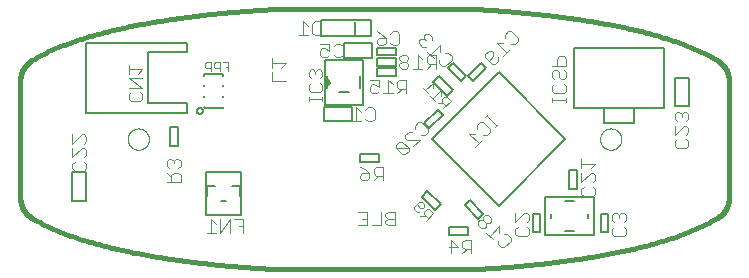
<source format=gbo>
G75*
%MOIN*%
%OFA0B0*%
%FSLAX25Y25*%
%IPPOS*%
%LPD*%
%AMOC8*
5,1,8,0,0,1.08239X$1,22.5*
%
%ADD10C,0.00000*%
%ADD11C,0.01575*%
%ADD12C,0.00600*%
%ADD13C,0.00630*%
%ADD14C,0.00591*%
%ADD15C,0.00400*%
%ADD16C,0.00787*%
%ADD17C,0.00500*%
%ADD18C,0.00300*%
D10*
X0076997Y0064792D02*
X0076999Y0064910D01*
X0077005Y0065029D01*
X0077015Y0065147D01*
X0077029Y0065264D01*
X0077046Y0065381D01*
X0077068Y0065498D01*
X0077094Y0065613D01*
X0077123Y0065728D01*
X0077156Y0065842D01*
X0077193Y0065954D01*
X0077234Y0066065D01*
X0077278Y0066175D01*
X0077326Y0066283D01*
X0077378Y0066390D01*
X0077433Y0066495D01*
X0077492Y0066598D01*
X0077554Y0066698D01*
X0077619Y0066797D01*
X0077688Y0066894D01*
X0077759Y0066988D01*
X0077834Y0067079D01*
X0077912Y0067169D01*
X0077993Y0067255D01*
X0078077Y0067339D01*
X0078163Y0067420D01*
X0078253Y0067498D01*
X0078344Y0067573D01*
X0078438Y0067644D01*
X0078535Y0067713D01*
X0078634Y0067778D01*
X0078734Y0067840D01*
X0078837Y0067899D01*
X0078942Y0067954D01*
X0079049Y0068006D01*
X0079157Y0068054D01*
X0079267Y0068098D01*
X0079378Y0068139D01*
X0079490Y0068176D01*
X0079604Y0068209D01*
X0079719Y0068238D01*
X0079834Y0068264D01*
X0079951Y0068286D01*
X0080068Y0068303D01*
X0080185Y0068317D01*
X0080303Y0068327D01*
X0080422Y0068333D01*
X0080540Y0068335D01*
X0080658Y0068333D01*
X0080777Y0068327D01*
X0080895Y0068317D01*
X0081012Y0068303D01*
X0081129Y0068286D01*
X0081246Y0068264D01*
X0081361Y0068238D01*
X0081476Y0068209D01*
X0081590Y0068176D01*
X0081702Y0068139D01*
X0081813Y0068098D01*
X0081923Y0068054D01*
X0082031Y0068006D01*
X0082138Y0067954D01*
X0082243Y0067899D01*
X0082346Y0067840D01*
X0082446Y0067778D01*
X0082545Y0067713D01*
X0082642Y0067644D01*
X0082736Y0067573D01*
X0082827Y0067498D01*
X0082917Y0067420D01*
X0083003Y0067339D01*
X0083087Y0067255D01*
X0083168Y0067169D01*
X0083246Y0067079D01*
X0083321Y0066988D01*
X0083392Y0066894D01*
X0083461Y0066797D01*
X0083526Y0066698D01*
X0083588Y0066598D01*
X0083647Y0066495D01*
X0083702Y0066390D01*
X0083754Y0066283D01*
X0083802Y0066175D01*
X0083846Y0066065D01*
X0083887Y0065954D01*
X0083924Y0065842D01*
X0083957Y0065728D01*
X0083986Y0065613D01*
X0084012Y0065498D01*
X0084034Y0065381D01*
X0084051Y0065264D01*
X0084065Y0065147D01*
X0084075Y0065029D01*
X0084081Y0064910D01*
X0084083Y0064792D01*
X0084081Y0064674D01*
X0084075Y0064555D01*
X0084065Y0064437D01*
X0084051Y0064320D01*
X0084034Y0064203D01*
X0084012Y0064086D01*
X0083986Y0063971D01*
X0083957Y0063856D01*
X0083924Y0063742D01*
X0083887Y0063630D01*
X0083846Y0063519D01*
X0083802Y0063409D01*
X0083754Y0063301D01*
X0083702Y0063194D01*
X0083647Y0063089D01*
X0083588Y0062986D01*
X0083526Y0062886D01*
X0083461Y0062787D01*
X0083392Y0062690D01*
X0083321Y0062596D01*
X0083246Y0062505D01*
X0083168Y0062415D01*
X0083087Y0062329D01*
X0083003Y0062245D01*
X0082917Y0062164D01*
X0082827Y0062086D01*
X0082736Y0062011D01*
X0082642Y0061940D01*
X0082545Y0061871D01*
X0082446Y0061806D01*
X0082346Y0061744D01*
X0082243Y0061685D01*
X0082138Y0061630D01*
X0082031Y0061578D01*
X0081923Y0061530D01*
X0081813Y0061486D01*
X0081702Y0061445D01*
X0081590Y0061408D01*
X0081476Y0061375D01*
X0081361Y0061346D01*
X0081246Y0061320D01*
X0081129Y0061298D01*
X0081012Y0061281D01*
X0080895Y0061267D01*
X0080777Y0061257D01*
X0080658Y0061251D01*
X0080540Y0061249D01*
X0080422Y0061251D01*
X0080303Y0061257D01*
X0080185Y0061267D01*
X0080068Y0061281D01*
X0079951Y0061298D01*
X0079834Y0061320D01*
X0079719Y0061346D01*
X0079604Y0061375D01*
X0079490Y0061408D01*
X0079378Y0061445D01*
X0079267Y0061486D01*
X0079157Y0061530D01*
X0079049Y0061578D01*
X0078942Y0061630D01*
X0078837Y0061685D01*
X0078734Y0061744D01*
X0078634Y0061806D01*
X0078535Y0061871D01*
X0078438Y0061940D01*
X0078344Y0062011D01*
X0078253Y0062086D01*
X0078163Y0062164D01*
X0078077Y0062245D01*
X0077993Y0062329D01*
X0077912Y0062415D01*
X0077834Y0062505D01*
X0077759Y0062596D01*
X0077688Y0062690D01*
X0077619Y0062787D01*
X0077554Y0062886D01*
X0077492Y0062986D01*
X0077433Y0063089D01*
X0077378Y0063194D01*
X0077326Y0063301D01*
X0077278Y0063409D01*
X0077234Y0063519D01*
X0077193Y0063630D01*
X0077156Y0063742D01*
X0077123Y0063856D01*
X0077094Y0063971D01*
X0077068Y0064086D01*
X0077046Y0064203D01*
X0077029Y0064320D01*
X0077015Y0064437D01*
X0077005Y0064555D01*
X0076999Y0064674D01*
X0076997Y0064792D01*
X0234477Y0064792D02*
X0234479Y0064910D01*
X0234485Y0065029D01*
X0234495Y0065147D01*
X0234509Y0065264D01*
X0234526Y0065381D01*
X0234548Y0065498D01*
X0234574Y0065613D01*
X0234603Y0065728D01*
X0234636Y0065842D01*
X0234673Y0065954D01*
X0234714Y0066065D01*
X0234758Y0066175D01*
X0234806Y0066283D01*
X0234858Y0066390D01*
X0234913Y0066495D01*
X0234972Y0066598D01*
X0235034Y0066698D01*
X0235099Y0066797D01*
X0235168Y0066894D01*
X0235239Y0066988D01*
X0235314Y0067079D01*
X0235392Y0067169D01*
X0235473Y0067255D01*
X0235557Y0067339D01*
X0235643Y0067420D01*
X0235733Y0067498D01*
X0235824Y0067573D01*
X0235918Y0067644D01*
X0236015Y0067713D01*
X0236114Y0067778D01*
X0236214Y0067840D01*
X0236317Y0067899D01*
X0236422Y0067954D01*
X0236529Y0068006D01*
X0236637Y0068054D01*
X0236747Y0068098D01*
X0236858Y0068139D01*
X0236970Y0068176D01*
X0237084Y0068209D01*
X0237199Y0068238D01*
X0237314Y0068264D01*
X0237431Y0068286D01*
X0237548Y0068303D01*
X0237665Y0068317D01*
X0237783Y0068327D01*
X0237902Y0068333D01*
X0238020Y0068335D01*
X0238138Y0068333D01*
X0238257Y0068327D01*
X0238375Y0068317D01*
X0238492Y0068303D01*
X0238609Y0068286D01*
X0238726Y0068264D01*
X0238841Y0068238D01*
X0238956Y0068209D01*
X0239070Y0068176D01*
X0239182Y0068139D01*
X0239293Y0068098D01*
X0239403Y0068054D01*
X0239511Y0068006D01*
X0239618Y0067954D01*
X0239723Y0067899D01*
X0239826Y0067840D01*
X0239926Y0067778D01*
X0240025Y0067713D01*
X0240122Y0067644D01*
X0240216Y0067573D01*
X0240307Y0067498D01*
X0240397Y0067420D01*
X0240483Y0067339D01*
X0240567Y0067255D01*
X0240648Y0067169D01*
X0240726Y0067079D01*
X0240801Y0066988D01*
X0240872Y0066894D01*
X0240941Y0066797D01*
X0241006Y0066698D01*
X0241068Y0066598D01*
X0241127Y0066495D01*
X0241182Y0066390D01*
X0241234Y0066283D01*
X0241282Y0066175D01*
X0241326Y0066065D01*
X0241367Y0065954D01*
X0241404Y0065842D01*
X0241437Y0065728D01*
X0241466Y0065613D01*
X0241492Y0065498D01*
X0241514Y0065381D01*
X0241531Y0065264D01*
X0241545Y0065147D01*
X0241555Y0065029D01*
X0241561Y0064910D01*
X0241563Y0064792D01*
X0241561Y0064674D01*
X0241555Y0064555D01*
X0241545Y0064437D01*
X0241531Y0064320D01*
X0241514Y0064203D01*
X0241492Y0064086D01*
X0241466Y0063971D01*
X0241437Y0063856D01*
X0241404Y0063742D01*
X0241367Y0063630D01*
X0241326Y0063519D01*
X0241282Y0063409D01*
X0241234Y0063301D01*
X0241182Y0063194D01*
X0241127Y0063089D01*
X0241068Y0062986D01*
X0241006Y0062886D01*
X0240941Y0062787D01*
X0240872Y0062690D01*
X0240801Y0062596D01*
X0240726Y0062505D01*
X0240648Y0062415D01*
X0240567Y0062329D01*
X0240483Y0062245D01*
X0240397Y0062164D01*
X0240307Y0062086D01*
X0240216Y0062011D01*
X0240122Y0061940D01*
X0240025Y0061871D01*
X0239926Y0061806D01*
X0239826Y0061744D01*
X0239723Y0061685D01*
X0239618Y0061630D01*
X0239511Y0061578D01*
X0239403Y0061530D01*
X0239293Y0061486D01*
X0239182Y0061445D01*
X0239070Y0061408D01*
X0238956Y0061375D01*
X0238841Y0061346D01*
X0238726Y0061320D01*
X0238609Y0061298D01*
X0238492Y0061281D01*
X0238375Y0061267D01*
X0238257Y0061257D01*
X0238138Y0061251D01*
X0238020Y0061249D01*
X0237902Y0061251D01*
X0237783Y0061257D01*
X0237665Y0061267D01*
X0237548Y0061281D01*
X0237431Y0061298D01*
X0237314Y0061320D01*
X0237199Y0061346D01*
X0237084Y0061375D01*
X0236970Y0061408D01*
X0236858Y0061445D01*
X0236747Y0061486D01*
X0236637Y0061530D01*
X0236529Y0061578D01*
X0236422Y0061630D01*
X0236317Y0061685D01*
X0236214Y0061744D01*
X0236114Y0061806D01*
X0236015Y0061871D01*
X0235918Y0061940D01*
X0235824Y0062011D01*
X0235733Y0062086D01*
X0235643Y0062164D01*
X0235557Y0062245D01*
X0235473Y0062329D01*
X0235392Y0062415D01*
X0235314Y0062505D01*
X0235239Y0062596D01*
X0235168Y0062690D01*
X0235099Y0062787D01*
X0235034Y0062886D01*
X0234972Y0062986D01*
X0234913Y0063089D01*
X0234858Y0063194D01*
X0234806Y0063301D01*
X0234758Y0063409D01*
X0234714Y0063519D01*
X0234673Y0063630D01*
X0234636Y0063742D01*
X0234603Y0063856D01*
X0234574Y0063971D01*
X0234548Y0064086D01*
X0234526Y0064203D01*
X0234509Y0064320D01*
X0234495Y0064437D01*
X0234485Y0064555D01*
X0234479Y0064674D01*
X0234477Y0064792D01*
D11*
X0062538Y0031061D02*
X0061736Y0031312D01*
X0060935Y0031569D01*
X0060137Y0031832D01*
X0059340Y0032101D01*
X0058545Y0032375D01*
X0057752Y0032656D01*
X0056961Y0032944D01*
X0056172Y0033239D01*
X0055385Y0033541D01*
X0054601Y0033850D01*
X0053819Y0034167D01*
X0053040Y0034493D01*
X0052263Y0034827D01*
X0051489Y0035170D01*
X0050718Y0035522D01*
X0049949Y0035884D01*
X0049184Y0036257D01*
X0048423Y0036640D01*
X0047668Y0037034D01*
X0046918Y0037439D01*
X0046176Y0037856D01*
X0045441Y0038285D01*
X0044928Y0038595D01*
X0044906Y0038608D01*
X0044884Y0038622D01*
X0044862Y0038635D01*
X0044841Y0038649D01*
X0044819Y0038662D01*
X0044798Y0038676D01*
X0044776Y0038690D01*
X0044754Y0038704D01*
X0044733Y0038718D01*
X0044711Y0038732D01*
X0044690Y0038746D01*
X0044668Y0038761D01*
X0044647Y0038775D01*
X0044626Y0038790D01*
X0044604Y0038804D01*
X0044583Y0038819D01*
X0044562Y0038833D01*
X0044540Y0038848D01*
X0044519Y0038863D01*
X0044498Y0038878D01*
X0044477Y0038893D01*
X0044456Y0038908D01*
X0044435Y0038923D01*
X0044414Y0038938D01*
X0044393Y0038954D01*
X0044372Y0038969D01*
X0044351Y0038985D01*
X0044330Y0039000D01*
X0044309Y0039016D01*
X0044288Y0039032D01*
X0044267Y0039047D01*
X0044247Y0039063D01*
X0044226Y0039079D01*
X0044205Y0039095D01*
X0044185Y0039111D01*
X0044164Y0039128D01*
X0044143Y0039144D01*
X0044123Y0039160D01*
X0044102Y0039177D01*
X0044082Y0039193D01*
X0044062Y0039210D01*
X0044041Y0039227D01*
X0044021Y0039243D01*
X0044001Y0039260D01*
X0043980Y0039277D01*
X0043960Y0039294D01*
X0043940Y0039311D01*
X0043920Y0039328D01*
X0043900Y0039346D01*
X0043880Y0039363D01*
X0043860Y0039380D01*
X0043840Y0039398D01*
X0043820Y0039415D01*
X0043800Y0039433D01*
X0043781Y0039451D01*
X0043761Y0039468D01*
X0043741Y0039486D01*
X0043722Y0039504D01*
X0043702Y0039522D01*
X0043683Y0039540D01*
X0043663Y0039558D01*
X0043644Y0039577D01*
X0043624Y0039595D01*
X0043605Y0039613D01*
X0043586Y0039632D01*
X0043567Y0039650D01*
X0043548Y0039669D01*
X0043529Y0039688D01*
X0043509Y0039706D01*
X0043491Y0039725D01*
X0043472Y0039744D01*
X0043453Y0039763D01*
X0043434Y0039782D01*
X0043415Y0039801D01*
X0043396Y0039820D01*
X0043378Y0039840D01*
X0043359Y0039859D01*
X0043341Y0039878D01*
X0043322Y0039898D01*
X0043304Y0039917D01*
X0043285Y0039937D01*
X0043267Y0039957D01*
X0043249Y0039976D01*
X0043231Y0039996D01*
X0043213Y0040016D01*
X0043195Y0040036D01*
X0043177Y0040056D01*
X0043159Y0040076D01*
X0043141Y0040096D01*
X0043123Y0040117D01*
X0043105Y0040137D01*
X0043088Y0040157D01*
X0043070Y0040178D01*
X0043052Y0040198D01*
X0043035Y0040219D01*
X0043018Y0040239D01*
X0043000Y0040260D01*
X0042983Y0040281D01*
X0042966Y0040302D01*
X0042949Y0040323D01*
X0042931Y0040344D01*
X0042914Y0040365D01*
X0042898Y0040386D01*
X0042881Y0040407D01*
X0042864Y0040428D01*
X0042847Y0040449D01*
X0042830Y0040471D01*
X0042814Y0040492D01*
X0042797Y0040514D01*
X0042781Y0040535D01*
X0042764Y0040557D01*
X0042748Y0040578D01*
X0042732Y0040600D01*
X0042716Y0040622D01*
X0042699Y0040644D01*
X0042683Y0040666D01*
X0042667Y0040688D01*
X0042652Y0040710D01*
X0042636Y0040732D01*
X0042620Y0040754D01*
X0042604Y0040776D01*
X0042589Y0040798D01*
X0042573Y0040821D01*
X0042558Y0040843D01*
X0042542Y0040865D01*
X0042527Y0040888D01*
X0042512Y0040911D01*
X0042497Y0040933D01*
X0042482Y0040956D01*
X0042467Y0040979D01*
X0042452Y0041001D01*
X0042437Y0041024D01*
X0042422Y0041047D01*
X0042407Y0041070D01*
X0042393Y0041093D01*
X0042378Y0041116D01*
X0042364Y0041139D01*
X0042349Y0041162D01*
X0042335Y0041185D01*
X0042321Y0041208D01*
X0042307Y0041232D01*
X0042293Y0041255D01*
X0042279Y0041279D01*
X0042265Y0041302D01*
X0042251Y0041325D01*
X0042237Y0041349D01*
X0042224Y0041373D01*
X0042210Y0041396D01*
X0042196Y0041420D01*
X0042183Y0041444D01*
X0042170Y0041467D01*
X0042156Y0041491D01*
X0042143Y0041515D01*
X0042130Y0041539D01*
X0042117Y0041563D01*
X0042104Y0041587D01*
X0042091Y0041611D01*
X0042079Y0041635D01*
X0042066Y0041659D01*
X0042053Y0041683D01*
X0042041Y0041707D01*
X0042029Y0041732D01*
X0042016Y0041756D01*
X0042004Y0041780D01*
X0041992Y0041805D01*
X0041980Y0041829D01*
X0041968Y0041854D01*
X0041956Y0041878D01*
X0041944Y0041903D01*
X0041932Y0041927D01*
X0041921Y0041952D01*
X0041909Y0041976D01*
X0041898Y0042001D01*
X0041886Y0042026D01*
X0041875Y0042051D01*
X0041864Y0042075D01*
X0041853Y0042100D01*
X0041842Y0042125D01*
X0041831Y0042150D01*
X0041820Y0042175D01*
X0041809Y0042200D01*
X0041798Y0042225D01*
X0041788Y0042250D01*
X0041777Y0042275D01*
X0041767Y0042300D01*
X0041757Y0042325D01*
X0041746Y0042350D01*
X0041736Y0042375D01*
X0041726Y0042401D01*
X0041716Y0042426D01*
X0041706Y0042451D01*
X0041696Y0042476D01*
X0041687Y0042502D01*
X0041677Y0042527D01*
X0041668Y0042552D01*
X0041658Y0042578D01*
X0041649Y0042603D01*
X0041640Y0042629D01*
X0041630Y0042654D01*
X0041621Y0042680D01*
X0041612Y0042705D01*
X0041604Y0042731D01*
X0041595Y0042756D01*
X0041586Y0042782D01*
X0041577Y0042807D01*
X0041569Y0042833D01*
X0041560Y0042859D01*
X0041552Y0042884D01*
X0041544Y0042910D01*
X0041536Y0042936D01*
X0041528Y0042961D01*
X0041520Y0042987D01*
X0041512Y0043013D01*
X0041504Y0043039D01*
X0041496Y0043065D01*
X0041489Y0043090D01*
X0041481Y0043116D01*
X0041474Y0043142D01*
X0041466Y0043168D01*
X0041459Y0043194D01*
X0041452Y0043220D01*
X0041445Y0043245D01*
X0041438Y0043271D01*
X0041431Y0043297D01*
X0041424Y0043323D01*
X0041417Y0043349D01*
X0041411Y0043375D01*
X0041404Y0043401D01*
X0041398Y0043427D01*
X0041391Y0043453D01*
X0041385Y0043479D01*
X0041379Y0043505D01*
X0041373Y0043531D01*
X0041367Y0043557D01*
X0041361Y0043583D01*
X0041355Y0043609D01*
X0041350Y0043635D01*
X0041344Y0043661D01*
X0041338Y0043687D01*
X0041333Y0043714D01*
X0041328Y0043740D01*
X0041322Y0043766D01*
X0041317Y0043792D01*
X0041312Y0043818D01*
X0041307Y0043844D01*
X0041302Y0043870D01*
X0041298Y0043896D01*
X0041293Y0043922D01*
X0041288Y0043948D01*
X0041284Y0043974D01*
X0041279Y0044000D01*
X0041275Y0044027D01*
X0041271Y0044053D01*
X0041266Y0044079D01*
X0041262Y0044105D01*
X0041258Y0044131D01*
X0041255Y0044157D01*
X0041251Y0044183D01*
X0041247Y0044209D01*
X0041243Y0044235D01*
X0041240Y0044261D01*
X0041236Y0044287D01*
X0041233Y0044313D01*
X0041230Y0044339D01*
X0041227Y0044365D01*
X0041223Y0044391D01*
X0041220Y0044418D01*
X0041218Y0044444D01*
X0041215Y0044469D01*
X0041212Y0044495D01*
X0041209Y0044521D01*
X0041207Y0044547D01*
X0041204Y0044573D01*
X0041202Y0044599D01*
X0041200Y0044625D01*
X0041197Y0044651D01*
X0041195Y0044677D01*
X0041193Y0044703D01*
X0041191Y0044729D01*
X0041189Y0044755D01*
X0041188Y0044781D01*
X0041186Y0044807D01*
X0041184Y0044832D01*
X0041183Y0044858D01*
X0041181Y0044884D01*
X0041180Y0044910D01*
X0041179Y0044936D01*
X0041178Y0044962D01*
X0041177Y0044987D01*
X0041176Y0045013D01*
X0041175Y0045039D01*
X0041174Y0045065D01*
X0041173Y0045090D01*
X0041172Y0045116D01*
X0041172Y0045142D01*
X0041171Y0045167D01*
X0041171Y0045193D01*
X0041171Y0045218D01*
X0041170Y0045244D01*
X0041170Y0045269D01*
X0041170Y0045295D01*
X0041170Y0084290D01*
X0041170Y0084315D01*
X0041170Y0084341D01*
X0041170Y0084366D01*
X0041171Y0084392D01*
X0041171Y0084418D01*
X0041172Y0084443D01*
X0041172Y0084469D01*
X0041173Y0084494D01*
X0041174Y0084520D01*
X0041174Y0084546D01*
X0041175Y0084572D01*
X0041176Y0084597D01*
X0041177Y0084623D01*
X0041178Y0084649D01*
X0041180Y0084675D01*
X0041181Y0084701D01*
X0041182Y0084726D01*
X0041184Y0084752D01*
X0041185Y0084778D01*
X0041187Y0084804D01*
X0041189Y0084830D01*
X0041191Y0084856D01*
X0041193Y0084881D01*
X0041195Y0084907D01*
X0041197Y0084933D01*
X0041199Y0084959D01*
X0041201Y0084985D01*
X0041204Y0085011D01*
X0041206Y0085037D01*
X0041209Y0085063D01*
X0041211Y0085089D01*
X0041214Y0085115D01*
X0041217Y0085141D01*
X0041220Y0085167D01*
X0041223Y0085193D01*
X0041226Y0085219D01*
X0041229Y0085245D01*
X0041232Y0085271D01*
X0041235Y0085297D01*
X0041239Y0085323D01*
X0041242Y0085350D01*
X0041246Y0085376D01*
X0041250Y0085402D01*
X0041253Y0085428D01*
X0041257Y0085454D01*
X0041261Y0085480D01*
X0041265Y0085506D01*
X0041269Y0085532D01*
X0041274Y0085558D01*
X0041278Y0085584D01*
X0041282Y0085610D01*
X0041287Y0085636D01*
X0041291Y0085663D01*
X0041296Y0085689D01*
X0041301Y0085715D01*
X0041306Y0085741D01*
X0041311Y0085767D01*
X0041316Y0085793D01*
X0041321Y0085819D01*
X0041326Y0085845D01*
X0041331Y0085871D01*
X0041337Y0085897D01*
X0041342Y0085923D01*
X0041348Y0085949D01*
X0041353Y0085975D01*
X0041359Y0086001D01*
X0041365Y0086027D01*
X0041371Y0086054D01*
X0041377Y0086080D01*
X0041383Y0086106D01*
X0041389Y0086131D01*
X0041396Y0086157D01*
X0041402Y0086183D01*
X0041409Y0086209D01*
X0041415Y0086235D01*
X0041422Y0086261D01*
X0041429Y0086287D01*
X0041436Y0086313D01*
X0041443Y0086339D01*
X0041450Y0086365D01*
X0041457Y0086391D01*
X0041464Y0086417D01*
X0041471Y0086443D01*
X0041479Y0086469D01*
X0041486Y0086494D01*
X0041494Y0086520D01*
X0041501Y0086546D01*
X0041509Y0086572D01*
X0041517Y0086598D01*
X0041525Y0086623D01*
X0041533Y0086649D01*
X0041541Y0086675D01*
X0041549Y0086700D01*
X0041558Y0086726D01*
X0041566Y0086752D01*
X0041575Y0086777D01*
X0041583Y0086803D01*
X0041592Y0086829D01*
X0041601Y0086854D01*
X0041610Y0086880D01*
X0041619Y0086905D01*
X0041628Y0086931D01*
X0041637Y0086956D01*
X0041646Y0086982D01*
X0041655Y0087007D01*
X0041665Y0087032D01*
X0041674Y0087058D01*
X0041684Y0087083D01*
X0041693Y0087108D01*
X0041703Y0087134D01*
X0041713Y0087159D01*
X0041723Y0087184D01*
X0041733Y0087209D01*
X0041743Y0087235D01*
X0041753Y0087260D01*
X0041764Y0087285D01*
X0041774Y0087310D01*
X0041784Y0087335D01*
X0041795Y0087360D01*
X0041806Y0087385D01*
X0041816Y0087410D01*
X0041827Y0087435D01*
X0041838Y0087460D01*
X0041849Y0087485D01*
X0041860Y0087510D01*
X0041871Y0087534D01*
X0041883Y0087559D01*
X0041894Y0087584D01*
X0041906Y0087609D01*
X0041917Y0087633D01*
X0041929Y0087658D01*
X0041940Y0087682D01*
X0041952Y0087707D01*
X0041964Y0087731D01*
X0041976Y0087756D01*
X0041988Y0087781D01*
X0042000Y0087805D01*
X0042012Y0087829D01*
X0042025Y0087854D01*
X0042037Y0087878D01*
X0042050Y0087902D01*
X0042062Y0087926D01*
X0042075Y0087950D01*
X0042087Y0087974D01*
X0042100Y0087998D01*
X0042113Y0088022D01*
X0042126Y0088046D01*
X0042139Y0088070D01*
X0042152Y0088094D01*
X0042166Y0088118D01*
X0042179Y0088142D01*
X0042192Y0088166D01*
X0042206Y0088189D01*
X0042219Y0088213D01*
X0042233Y0088236D01*
X0042247Y0088260D01*
X0042260Y0088283D01*
X0042274Y0088307D01*
X0042288Y0088330D01*
X0042302Y0088354D01*
X0042316Y0088377D01*
X0042331Y0088400D01*
X0042345Y0088423D01*
X0042359Y0088447D01*
X0042374Y0088470D01*
X0042388Y0088493D01*
X0042403Y0088516D01*
X0042417Y0088539D01*
X0042432Y0088562D01*
X0042447Y0088584D01*
X0042462Y0088607D01*
X0042477Y0088630D01*
X0042492Y0088653D01*
X0042507Y0088675D01*
X0042522Y0088698D01*
X0042538Y0088720D01*
X0042553Y0088743D01*
X0042568Y0088765D01*
X0042584Y0088787D01*
X0042599Y0088810D01*
X0042615Y0088832D01*
X0042631Y0088854D01*
X0042647Y0088876D01*
X0042662Y0088898D01*
X0042678Y0088920D01*
X0042694Y0088942D01*
X0042711Y0088964D01*
X0042727Y0088986D01*
X0042743Y0089008D01*
X0042759Y0089029D01*
X0042776Y0089051D01*
X0042792Y0089072D01*
X0042809Y0089094D01*
X0042825Y0089115D01*
X0042842Y0089137D01*
X0042859Y0089158D01*
X0042875Y0089179D01*
X0042892Y0089201D01*
X0042909Y0089222D01*
X0042926Y0089243D01*
X0042943Y0089264D01*
X0042960Y0089285D01*
X0042978Y0089306D01*
X0042995Y0089326D01*
X0043012Y0089347D01*
X0043030Y0089368D01*
X0043047Y0089388D01*
X0043064Y0089409D01*
X0043082Y0089429D01*
X0043100Y0089450D01*
X0043117Y0089470D01*
X0043135Y0089490D01*
X0043153Y0089510D01*
X0043171Y0089531D01*
X0043189Y0089551D01*
X0043207Y0089570D01*
X0043225Y0089591D01*
X0043243Y0089610D01*
X0043261Y0089630D01*
X0043280Y0089650D01*
X0043298Y0089669D01*
X0043316Y0089689D01*
X0043335Y0089708D01*
X0043353Y0089728D01*
X0043372Y0089747D01*
X0043391Y0089767D01*
X0043409Y0089786D01*
X0043428Y0089805D01*
X0043447Y0089824D01*
X0043466Y0089843D01*
X0043485Y0089862D01*
X0043504Y0089881D01*
X0043523Y0089899D01*
X0043542Y0089918D01*
X0043561Y0089937D01*
X0043580Y0089955D01*
X0043599Y0089974D01*
X0043618Y0089992D01*
X0043638Y0090010D01*
X0043657Y0090029D01*
X0043677Y0090047D01*
X0043696Y0090065D01*
X0043716Y0090083D01*
X0043735Y0090101D01*
X0043755Y0090119D01*
X0043775Y0090137D01*
X0043814Y0090172D01*
X0043854Y0090207D01*
X0043874Y0090224D01*
X0043914Y0090259D01*
X0043954Y0090293D01*
X0043974Y0090310D01*
X0043994Y0090327D01*
X0044014Y0090344D01*
X0044035Y0090361D01*
X0044055Y0090378D01*
X0044076Y0090394D01*
X0044096Y0090411D01*
X0044116Y0090427D01*
X0044137Y0090444D01*
X0044157Y0090460D01*
X0044178Y0090476D01*
X0044199Y0090493D01*
X0044219Y0090508D01*
X0044240Y0090524D01*
X0044261Y0090540D01*
X0044282Y0090556D01*
X0044323Y0090588D01*
X0044344Y0090603D01*
X0044365Y0090619D01*
X0044407Y0090650D01*
X0044428Y0090665D01*
X0044449Y0090680D01*
X0044470Y0090695D01*
X0044491Y0090710D01*
X0044513Y0090725D01*
X0044534Y0090740D01*
X0044555Y0090755D01*
X0044576Y0090769D01*
X0044598Y0090784D01*
X0044619Y0090799D01*
X0044640Y0090813D01*
X0044662Y0090828D01*
X0044683Y0090842D01*
X0044705Y0090856D01*
X0044726Y0090870D01*
X0044748Y0090884D01*
X0044769Y0090898D01*
X0044791Y0090912D01*
X0044812Y0090926D01*
X0044834Y0090940D01*
X0044856Y0090953D01*
X0044877Y0090967D01*
X0044899Y0090981D01*
X0044921Y0090994D01*
X0045239Y0091187D01*
X0045979Y0091624D01*
X0046726Y0092047D01*
X0047479Y0092459D01*
X0048239Y0092858D01*
X0049004Y0093246D01*
X0049774Y0093624D01*
X0050549Y0093992D01*
X0051329Y0094350D01*
X0052113Y0094699D01*
X0052902Y0095040D01*
X0053694Y0095373D01*
X0054490Y0095697D01*
X0055289Y0096013D01*
X0056091Y0096322D01*
X0056895Y0096623D01*
X0057702Y0096917D01*
X0058510Y0097204D01*
X0059320Y0097484D01*
X0060132Y0097757D01*
X0060945Y0098025D01*
X0061760Y0098287D01*
X0062578Y0098542D01*
X0063396Y0098792D01*
X0064217Y0099037D01*
X0065038Y0099276D01*
X0065862Y0099510D01*
X0066686Y0099740D01*
X0067513Y0099964D01*
X0068341Y0100184D01*
X0069170Y0100400D01*
X0070000Y0100611D01*
X0070832Y0100818D01*
X0071665Y0101020D01*
X0072500Y0101219D01*
X0073335Y0101413D01*
X0074171Y0101604D01*
X0075008Y0101790D01*
X0075846Y0101973D01*
X0076685Y0102152D01*
X0077524Y0102327D01*
X0078364Y0102499D01*
X0079204Y0102668D01*
X0080045Y0102832D01*
X0080886Y0102994D01*
X0081728Y0103153D01*
X0082570Y0103308D01*
X0083412Y0103460D01*
X0084254Y0103610D01*
X0085096Y0103756D01*
X0085939Y0103899D01*
X0086782Y0104040D01*
X0087625Y0104178D01*
X0088469Y0104313D01*
X0089313Y0104445D01*
X0090156Y0104574D01*
X0091001Y0104701D01*
X0091845Y0104826D01*
X0092690Y0104947D01*
X0093534Y0105067D01*
X0094379Y0105184D01*
X0095224Y0105298D01*
X0096070Y0105411D01*
X0096915Y0105521D01*
X0097761Y0105629D01*
X0098607Y0105734D01*
X0099453Y0105838D01*
X0100299Y0105940D01*
X0101146Y0106039D01*
X0101992Y0106137D01*
X0102839Y0106232D01*
X0103686Y0106326D01*
X0104533Y0106417D01*
X0105380Y0106507D01*
X0106228Y0106595D01*
X0107075Y0106680D01*
X0107923Y0106764D01*
X0108771Y0106846D01*
X0109619Y0106927D01*
X0110467Y0107005D01*
X0111316Y0107082D01*
X0112164Y0107156D01*
X0113013Y0107230D01*
X0113861Y0107301D01*
X0114710Y0107371D01*
X0115559Y0107439D01*
X0116409Y0107505D01*
X0117258Y0107570D01*
X0118107Y0107633D01*
X0118957Y0107695D01*
X0119807Y0107755D01*
X0120657Y0107813D01*
X0121507Y0107870D01*
X0122357Y0107925D01*
X0123207Y0107979D01*
X0124057Y0108032D01*
X0124908Y0108083D01*
X0124974Y0108087D01*
X0125027Y0108090D01*
X0125054Y0108091D01*
X0125107Y0108093D01*
X0125134Y0108094D01*
X0125187Y0108096D01*
X0125214Y0108097D01*
X0125267Y0108098D01*
X0125294Y0108098D01*
X0125320Y0108099D01*
X0125347Y0108099D01*
X0125374Y0108099D01*
X0125400Y0108099D01*
X0193173Y0108099D01*
X0193200Y0108099D01*
X0193227Y0108099D01*
X0193280Y0108098D01*
X0193307Y0108097D01*
X0193333Y0108097D01*
X0193360Y0108096D01*
X0193413Y0108095D01*
X0193440Y0108094D01*
X0193467Y0108093D01*
X0193493Y0108092D01*
X0193520Y0108090D01*
X0193546Y0108089D01*
X0193573Y0108087D01*
X0193600Y0108086D01*
X0194103Y0108056D01*
X0194943Y0108005D01*
X0195782Y0107952D01*
X0196621Y0107897D01*
X0197461Y0107842D01*
X0198300Y0107785D01*
X0199139Y0107726D01*
X0199978Y0107666D01*
X0200817Y0107605D01*
X0201656Y0107541D01*
X0202495Y0107477D01*
X0203333Y0107410D01*
X0204172Y0107342D01*
X0205010Y0107273D01*
X0205848Y0107201D01*
X0206686Y0107129D01*
X0207524Y0107054D01*
X0208362Y0106977D01*
X0209200Y0106899D01*
X0210037Y0106819D01*
X0210875Y0106738D01*
X0211712Y0106654D01*
X0212549Y0106569D01*
X0213386Y0106481D01*
X0214223Y0106393D01*
X0215059Y0106301D01*
X0215896Y0106208D01*
X0216732Y0106114D01*
X0217569Y0106017D01*
X0218405Y0105918D01*
X0219241Y0105817D01*
X0220076Y0105714D01*
X0220912Y0105609D01*
X0221747Y0105502D01*
X0222583Y0105393D01*
X0223418Y0105281D01*
X0224253Y0105168D01*
X0225088Y0105052D01*
X0225923Y0104933D01*
X0226757Y0104813D01*
X0227592Y0104689D01*
X0228426Y0104564D01*
X0229260Y0104435D01*
X0230094Y0104305D01*
X0230927Y0104171D01*
X0231761Y0104035D01*
X0232594Y0103896D01*
X0233426Y0103755D01*
X0234259Y0103610D01*
X0235091Y0103462D01*
X0235923Y0103312D01*
X0236754Y0103159D01*
X0237585Y0103002D01*
X0238416Y0102843D01*
X0239245Y0102680D01*
X0240074Y0102515D01*
X0240900Y0102346D01*
X0241727Y0102173D01*
X0242552Y0101998D01*
X0243377Y0101819D01*
X0244200Y0101636D01*
X0245022Y0101450D01*
X0245843Y0101259D01*
X0246662Y0101065D01*
X0247481Y0100868D01*
X0248298Y0100665D01*
X0249115Y0100459D01*
X0249930Y0100249D01*
X0250743Y0100034D01*
X0251556Y0099815D01*
X0252365Y0099591D01*
X0253174Y0099363D01*
X0253983Y0099130D01*
X0254788Y0098892D01*
X0255593Y0098649D01*
X0256396Y0098401D01*
X0257198Y0098146D01*
X0257997Y0097887D01*
X0258796Y0097621D01*
X0259591Y0097350D01*
X0260385Y0097072D01*
X0261178Y0096788D01*
X0261967Y0096497D01*
X0262755Y0096199D01*
X0263540Y0095893D01*
X0264324Y0095580D01*
X0265105Y0095259D01*
X0265883Y0094930D01*
X0266658Y0094591D01*
X0267430Y0094244D01*
X0268200Y0093887D01*
X0268967Y0093520D01*
X0269731Y0093143D01*
X0270489Y0092754D01*
X0271243Y0092355D01*
X0271989Y0091944D01*
X0272727Y0091522D01*
X0273459Y0091087D01*
X0273644Y0090974D01*
X0273688Y0090947D01*
X0273709Y0090934D01*
X0273774Y0090893D01*
X0273839Y0090851D01*
X0273859Y0090836D01*
X0273881Y0090822D01*
X0273924Y0090794D01*
X0273989Y0090750D01*
X0274009Y0090735D01*
X0274030Y0090720D01*
X0274074Y0090690D01*
X0274095Y0090675D01*
X0274115Y0090660D01*
X0274137Y0090645D01*
X0274158Y0090630D01*
X0274178Y0090614D01*
X0274221Y0090583D01*
X0274241Y0090568D01*
X0274263Y0090552D01*
X0274282Y0090536D01*
X0274304Y0090520D01*
X0274324Y0090504D01*
X0274345Y0090488D01*
X0274365Y0090472D01*
X0274387Y0090456D01*
X0274406Y0090440D01*
X0274428Y0090424D01*
X0274448Y0090407D01*
X0274469Y0090391D01*
X0274489Y0090374D01*
X0274509Y0090357D01*
X0274530Y0090341D01*
X0274550Y0090324D01*
X0274589Y0090290D01*
X0274611Y0090273D01*
X0274650Y0090239D01*
X0274690Y0090204D01*
X0274711Y0090187D01*
X0274731Y0090169D01*
X0274751Y0090152D01*
X0274770Y0090134D01*
X0274790Y0090116D01*
X0274810Y0090098D01*
X0274849Y0090063D01*
X0274889Y0090026D01*
X0274906Y0090008D01*
X0274946Y0089972D01*
X0274965Y0089953D01*
X0274985Y0089935D01*
X0275003Y0089916D01*
X0275022Y0089898D01*
X0275042Y0089879D01*
X0275060Y0089860D01*
X0275099Y0089822D01*
X0275117Y0089803D01*
X0275137Y0089784D01*
X0275154Y0089765D01*
X0275174Y0089746D01*
X0275192Y0089727D01*
X0275211Y0089707D01*
X0275247Y0089668D01*
X0275267Y0089649D01*
X0275284Y0089629D01*
X0275302Y0089609D01*
X0275322Y0089590D01*
X0275357Y0089550D01*
X0275410Y0089490D01*
X0275463Y0089429D01*
X0275517Y0089367D01*
X0275570Y0089305D01*
X0275585Y0089284D01*
X0275621Y0089243D01*
X0275639Y0089222D01*
X0275654Y0089201D01*
X0275672Y0089180D01*
X0275688Y0089158D01*
X0275706Y0089137D01*
X0275721Y0089116D01*
X0275739Y0089094D01*
X0275755Y0089073D01*
X0275772Y0089051D01*
X0275788Y0089030D01*
X0275804Y0089008D01*
X0275822Y0088986D01*
X0275837Y0088965D01*
X0275869Y0088921D01*
X0275885Y0088899D01*
X0275900Y0088877D01*
X0275916Y0088855D01*
X0275932Y0088833D01*
X0275948Y0088811D01*
X0275979Y0088766D01*
X0276042Y0088677D01*
X0276056Y0088654D01*
X0276087Y0088609D01*
X0276101Y0088586D01*
X0276117Y0088563D01*
X0276131Y0088540D01*
X0276146Y0088517D01*
X0276160Y0088494D01*
X0276176Y0088471D01*
X0276190Y0088448D01*
X0276204Y0088425D01*
X0276219Y0088402D01*
X0276247Y0088356D01*
X0276274Y0088309D01*
X0276288Y0088286D01*
X0276302Y0088262D01*
X0276316Y0088239D01*
X0276371Y0088144D01*
X0276398Y0088096D01*
X0276410Y0088073D01*
X0276424Y0088049D01*
X0276438Y0088025D01*
X0276450Y0088001D01*
X0276463Y0087977D01*
X0276475Y0087953D01*
X0276489Y0087929D01*
X0276513Y0087880D01*
X0276526Y0087856D01*
X0276538Y0087832D01*
X0276550Y0087807D01*
X0276562Y0087783D01*
X0276576Y0087759D01*
X0276587Y0087734D01*
X0276599Y0087710D01*
X0276611Y0087685D01*
X0276646Y0087612D01*
X0276656Y0087587D01*
X0276668Y0087562D01*
X0276680Y0087538D01*
X0276692Y0087513D01*
X0276702Y0087488D01*
X0276713Y0087463D01*
X0276725Y0087438D01*
X0276735Y0087413D01*
X0276747Y0087388D01*
X0276757Y0087363D01*
X0276769Y0087338D01*
X0276788Y0087288D01*
X0276798Y0087263D01*
X0276810Y0087238D01*
X0276839Y0087163D01*
X0276849Y0087137D01*
X0276869Y0087087D01*
X0276898Y0087011D01*
X0276906Y0086985D01*
X0276926Y0086934D01*
X0276934Y0086909D01*
X0276944Y0086883D01*
X0276954Y0086858D01*
X0276961Y0086832D01*
X0276971Y0086807D01*
X0276987Y0086756D01*
X0276997Y0086730D01*
X0277005Y0086704D01*
X0277013Y0086679D01*
X0277020Y0086653D01*
X0277028Y0086627D01*
X0277091Y0086421D01*
X0277097Y0086395D01*
X0277105Y0086369D01*
X0277113Y0086343D01*
X0277119Y0086317D01*
X0277127Y0086291D01*
X0277133Y0086265D01*
X0277141Y0086239D01*
X0277146Y0086214D01*
X0277152Y0086188D01*
X0277160Y0086162D01*
X0277178Y0086084D01*
X0277184Y0086057D01*
X0277202Y0085980D01*
X0277207Y0085953D01*
X0277219Y0085901D01*
X0277225Y0085875D01*
X0277231Y0085849D01*
X0277235Y0085823D01*
X0277247Y0085771D01*
X0277251Y0085745D01*
X0277257Y0085719D01*
X0277261Y0085693D01*
X0277265Y0085667D01*
X0277270Y0085641D01*
X0277274Y0085615D01*
X0277278Y0085588D01*
X0277284Y0085562D01*
X0277288Y0085536D01*
X0277292Y0085510D01*
X0277296Y0085484D01*
X0277300Y0085458D01*
X0277304Y0085432D01*
X0277308Y0085406D01*
X0277316Y0085354D01*
X0277320Y0085328D01*
X0277322Y0085302D01*
X0277326Y0085275D01*
X0277330Y0085249D01*
X0277331Y0085223D01*
X0277335Y0085197D01*
X0277339Y0085171D01*
X0277341Y0085145D01*
X0277345Y0085119D01*
X0277349Y0085067D01*
X0277353Y0085041D01*
X0277359Y0084963D01*
X0277363Y0084937D01*
X0277365Y0084911D01*
X0277367Y0084886D01*
X0277369Y0084860D01*
X0277371Y0084834D01*
X0277373Y0084808D01*
X0277373Y0084782D01*
X0277375Y0084756D01*
X0277381Y0084679D01*
X0277381Y0084653D01*
X0277383Y0084627D01*
X0277383Y0084601D01*
X0277385Y0084576D01*
X0277385Y0084550D01*
X0277387Y0084524D01*
X0277387Y0084498D01*
X0277389Y0084473D01*
X0277389Y0084396D01*
X0277391Y0084370D01*
X0277391Y0045188D01*
X0277389Y0045162D01*
X0277389Y0045111D01*
X0277387Y0045085D01*
X0277387Y0045034D01*
X0277385Y0045008D01*
X0277385Y0044982D01*
X0277381Y0044931D01*
X0277381Y0044905D01*
X0277377Y0044854D01*
X0277377Y0044828D01*
X0277375Y0044802D01*
X0277373Y0044776D01*
X0277371Y0044750D01*
X0277369Y0044724D01*
X0277367Y0044698D01*
X0277365Y0044672D01*
X0277359Y0044594D01*
X0277355Y0044569D01*
X0277351Y0044517D01*
X0277347Y0044491D01*
X0277343Y0044439D01*
X0277339Y0044413D01*
X0277337Y0044387D01*
X0277333Y0044360D01*
X0277330Y0044334D01*
X0277328Y0044308D01*
X0277324Y0044282D01*
X0277316Y0044230D01*
X0277314Y0044204D01*
X0277310Y0044178D01*
X0277306Y0044152D01*
X0277302Y0044126D01*
X0277298Y0044100D01*
X0277294Y0044074D01*
X0277290Y0044048D01*
X0277284Y0044022D01*
X0277280Y0043995D01*
X0277276Y0043969D01*
X0277272Y0043943D01*
X0277267Y0043917D01*
X0277263Y0043891D01*
X0277257Y0043865D01*
X0277253Y0043839D01*
X0277247Y0043813D01*
X0277243Y0043787D01*
X0277237Y0043761D01*
X0277231Y0043735D01*
X0277227Y0043709D01*
X0277221Y0043682D01*
X0277209Y0043631D01*
X0277204Y0043604D01*
X0277180Y0043500D01*
X0277174Y0043474D01*
X0277162Y0043422D01*
X0277154Y0043396D01*
X0277148Y0043370D01*
X0277143Y0043344D01*
X0277135Y0043319D01*
X0277129Y0043293D01*
X0277121Y0043267D01*
X0277115Y0043241D01*
X0277107Y0043215D01*
X0277101Y0043189D01*
X0277093Y0043163D01*
X0277078Y0043111D01*
X0277072Y0043085D01*
X0277048Y0043008D01*
X0277040Y0042982D01*
X0277024Y0042931D01*
X0277015Y0042905D01*
X0277007Y0042880D01*
X0276999Y0042854D01*
X0276991Y0042828D01*
X0276981Y0042803D01*
X0276973Y0042777D01*
X0276963Y0042751D01*
X0276956Y0042726D01*
X0276946Y0042700D01*
X0276938Y0042675D01*
X0276928Y0042649D01*
X0276920Y0042624D01*
X0276891Y0042548D01*
X0276883Y0042522D01*
X0276873Y0042497D01*
X0276863Y0042472D01*
X0276853Y0042446D01*
X0276833Y0042396D01*
X0276822Y0042371D01*
X0276802Y0042320D01*
X0276792Y0042295D01*
X0276782Y0042270D01*
X0276770Y0042245D01*
X0276761Y0042220D01*
X0276749Y0042195D01*
X0276739Y0042170D01*
X0276727Y0042145D01*
X0276717Y0042120D01*
X0276706Y0042095D01*
X0276696Y0042071D01*
X0276684Y0042046D01*
X0276672Y0042021D01*
X0276660Y0041996D01*
X0276648Y0041972D01*
X0276639Y0041947D01*
X0276603Y0041873D01*
X0276580Y0041825D01*
X0276566Y0041800D01*
X0276542Y0041751D01*
X0276530Y0041727D01*
X0276517Y0041703D01*
X0276493Y0041655D01*
X0276479Y0041631D01*
X0276467Y0041606D01*
X0276454Y0041582D01*
X0276442Y0041558D01*
X0276428Y0041534D01*
X0276414Y0041511D01*
X0276402Y0041487D01*
X0276389Y0041463D01*
X0276375Y0041439D01*
X0276361Y0041415D01*
X0276347Y0041392D01*
X0276335Y0041368D01*
X0276322Y0041344D01*
X0276308Y0041321D01*
X0276294Y0041297D01*
X0276280Y0041274D01*
X0276265Y0041251D01*
X0276251Y0041227D01*
X0276223Y0041181D01*
X0276209Y0041158D01*
X0276194Y0041135D01*
X0276180Y0041112D01*
X0276166Y0041089D01*
X0276150Y0041066D01*
X0276137Y0041043D01*
X0276121Y0041020D01*
X0276107Y0040997D01*
X0276091Y0040974D01*
X0276076Y0040952D01*
X0276062Y0040929D01*
X0276046Y0040906D01*
X0276030Y0040884D01*
X0276015Y0040861D01*
X0276001Y0040839D01*
X0275985Y0040816D01*
X0275969Y0040794D01*
X0275954Y0040772D01*
X0275938Y0040750D01*
X0275922Y0040728D01*
X0275891Y0040684D01*
X0275875Y0040662D01*
X0275859Y0040640D01*
X0275841Y0040618D01*
X0275826Y0040596D01*
X0275810Y0040574D01*
X0275794Y0040553D01*
X0275776Y0040531D01*
X0275761Y0040510D01*
X0275743Y0040488D01*
X0275727Y0040467D01*
X0275711Y0040445D01*
X0275694Y0040424D01*
X0275676Y0040403D01*
X0275660Y0040382D01*
X0275643Y0040361D01*
X0275627Y0040340D01*
X0275609Y0040319D01*
X0275591Y0040298D01*
X0275574Y0040277D01*
X0275558Y0040256D01*
X0275540Y0040235D01*
X0275522Y0040215D01*
X0275505Y0040194D01*
X0275487Y0040174D01*
X0275469Y0040153D01*
X0275452Y0040133D01*
X0275434Y0040113D01*
X0275398Y0040072D01*
X0275381Y0040052D01*
X0275363Y0040032D01*
X0275345Y0040012D01*
X0275326Y0039992D01*
X0275308Y0039973D01*
X0275290Y0039953D01*
X0275272Y0039933D01*
X0275253Y0039914D01*
X0275235Y0039894D01*
X0275217Y0039875D01*
X0275198Y0039855D01*
X0275180Y0039836D01*
X0275160Y0039817D01*
X0275143Y0039797D01*
X0275123Y0039778D01*
X0275105Y0039759D01*
X0275085Y0039740D01*
X0275066Y0039722D01*
X0275048Y0039703D01*
X0275009Y0039665D01*
X0274991Y0039647D01*
X0274971Y0039628D01*
X0274952Y0039610D01*
X0274932Y0039591D01*
X0274914Y0039573D01*
X0274894Y0039555D01*
X0274875Y0039537D01*
X0274855Y0039519D01*
X0274835Y0039501D01*
X0274816Y0039483D01*
X0274796Y0039465D01*
X0274776Y0039447D01*
X0274757Y0039430D01*
X0274737Y0039412D01*
X0274698Y0039377D01*
X0274678Y0039360D01*
X0274656Y0039342D01*
X0274637Y0039325D01*
X0274617Y0039308D01*
X0274597Y0039291D01*
X0274576Y0039274D01*
X0274556Y0039257D01*
X0274536Y0039240D01*
X0274517Y0039223D01*
X0274495Y0039207D01*
X0274475Y0039190D01*
X0274454Y0039174D01*
X0274434Y0039157D01*
X0274414Y0039141D01*
X0274393Y0039125D01*
X0274373Y0039108D01*
X0274351Y0039092D01*
X0274331Y0039076D01*
X0274310Y0039060D01*
X0274290Y0039044D01*
X0274269Y0039029D01*
X0274249Y0039013D01*
X0274227Y0038997D01*
X0274206Y0038982D01*
X0274186Y0038966D01*
X0274164Y0038951D01*
X0274143Y0038936D01*
X0274123Y0038920D01*
X0274101Y0038905D01*
X0274080Y0038890D01*
X0274058Y0038875D01*
X0274038Y0038860D01*
X0274017Y0038845D01*
X0273995Y0038831D01*
X0273973Y0038816D01*
X0273952Y0038801D01*
X0273932Y0038787D01*
X0273910Y0038772D01*
X0273889Y0038758D01*
X0273867Y0038744D01*
X0273845Y0038730D01*
X0273824Y0038716D01*
X0273802Y0038702D01*
X0273780Y0038688D01*
X0273759Y0038674D01*
X0273737Y0038660D01*
X0273715Y0038646D01*
X0273694Y0038633D01*
X0273672Y0038619D01*
X0273650Y0038606D01*
X0273629Y0038592D01*
X0272928Y0038172D01*
X0272186Y0037742D01*
X0271434Y0037325D01*
X0270678Y0036920D01*
X0269916Y0036526D01*
X0269148Y0036144D01*
X0268375Y0035771D01*
X0267597Y0035409D01*
X0266814Y0035055D01*
X0266028Y0034710D01*
X0265237Y0034374D01*
X0264444Y0034046D01*
X0263646Y0033725D01*
X0262845Y0033413D01*
X0262042Y0033109D01*
X0261237Y0032811D01*
X0260428Y0032521D01*
X0259619Y0032238D01*
X0258810Y0031961D01*
X0257997Y0031690D01*
X0257182Y0031426D01*
X0256365Y0031167D01*
X0255548Y0030915D01*
X0254727Y0030668D01*
X0253906Y0030426D01*
X0253083Y0030189D01*
X0252261Y0029957D01*
X0251434Y0029731D01*
X0250607Y0029508D01*
X0249778Y0029291D01*
X0248948Y0029077D01*
X0248117Y0028868D01*
X0247284Y0028664D01*
X0246452Y0028463D01*
X0245617Y0028267D01*
X0244780Y0028074D01*
X0243944Y0027886D01*
X0243107Y0027701D01*
X0242269Y0027521D01*
X0241428Y0027343D01*
X0240589Y0027170D01*
X0239749Y0027000D01*
X0238908Y0026833D01*
X0238068Y0026670D01*
X0237226Y0026510D01*
X0236384Y0026353D01*
X0235542Y0026199D01*
X0234700Y0026048D01*
X0233858Y0025900D01*
X0233015Y0025756D01*
X0232172Y0025614D01*
X0231329Y0025475D01*
X0230486Y0025338D01*
X0229642Y0025205D01*
X0228798Y0025074D01*
X0227954Y0024946D01*
X0227110Y0024820D01*
X0226265Y0024697D01*
X0225420Y0024576D01*
X0224576Y0024458D01*
X0223731Y0024342D01*
X0222885Y0024229D01*
X0222040Y0024118D01*
X0221194Y0024009D01*
X0220348Y0023902D01*
X0219502Y0023797D01*
X0218656Y0023694D01*
X0217810Y0023594D01*
X0216963Y0023495D01*
X0216116Y0023399D01*
X0215269Y0023304D01*
X0214422Y0023212D01*
X0213575Y0023121D01*
X0212728Y0023032D01*
X0211880Y0022946D01*
X0211033Y0022861D01*
X0210185Y0022778D01*
X0209337Y0022697D01*
X0208489Y0022617D01*
X0207640Y0022540D01*
X0206792Y0022464D01*
X0205943Y0022390D01*
X0205094Y0022318D01*
X0204245Y0022247D01*
X0203396Y0022178D01*
X0202547Y0022111D01*
X0201698Y0022045D01*
X0200849Y0021981D01*
X0199999Y0021919D01*
X0199149Y0021858D01*
X0198299Y0021799D01*
X0197449Y0021741D01*
X0196599Y0021685D01*
X0195749Y0021630D01*
X0194899Y0021577D01*
X0194048Y0021525D01*
X0193597Y0021498D01*
X0193570Y0021497D01*
X0193544Y0021495D01*
X0193517Y0021494D01*
X0193491Y0021493D01*
X0193464Y0021492D01*
X0193437Y0021491D01*
X0193411Y0021490D01*
X0193384Y0021489D01*
X0193357Y0021488D01*
X0193331Y0021487D01*
X0193304Y0021487D01*
X0193278Y0021486D01*
X0193251Y0021486D01*
X0193224Y0021485D01*
X0193197Y0021485D01*
X0193171Y0021485D01*
X0193144Y0021485D01*
X0125402Y0021485D01*
X0125376Y0021485D01*
X0125349Y0021485D01*
X0125322Y0021486D01*
X0125295Y0021486D01*
X0125269Y0021486D01*
X0125242Y0021487D01*
X0125216Y0021488D01*
X0125189Y0021488D01*
X0125162Y0021489D01*
X0125136Y0021490D01*
X0125109Y0021491D01*
X0125082Y0021492D01*
X0125056Y0021493D01*
X0125029Y0021495D01*
X0125003Y0021496D01*
X0124976Y0021498D01*
X0124850Y0021505D01*
X0124010Y0021556D01*
X0123171Y0021608D01*
X0122331Y0021661D01*
X0121492Y0021716D01*
X0120652Y0021772D01*
X0119813Y0021830D01*
X0118974Y0021889D01*
X0118135Y0021950D01*
X0117296Y0022013D01*
X0116457Y0022077D01*
X0115619Y0022142D01*
X0114780Y0022209D01*
X0113942Y0022278D01*
X0113104Y0022348D01*
X0112266Y0022420D01*
X0111428Y0022494D01*
X0110590Y0022570D01*
X0109752Y0022647D01*
X0108914Y0022726D01*
X0108077Y0022807D01*
X0107240Y0022889D01*
X0106402Y0022974D01*
X0105565Y0023060D01*
X0104728Y0023148D01*
X0103892Y0023238D01*
X0103055Y0023330D01*
X0102219Y0023424D01*
X0101382Y0023520D01*
X0100546Y0023618D01*
X0099710Y0023717D01*
X0098874Y0023819D01*
X0098039Y0023923D01*
X0097203Y0024029D01*
X0096368Y0024138D01*
X0095532Y0024248D01*
X0094697Y0024360D01*
X0093862Y0024475D01*
X0093027Y0024592D01*
X0092193Y0024712D01*
X0091358Y0024834D01*
X0090524Y0024958D01*
X0089690Y0025085D01*
X0088856Y0025215D01*
X0088022Y0025347D01*
X0087189Y0025481D01*
X0086356Y0025619D01*
X0085523Y0025759D01*
X0084690Y0025902D01*
X0083858Y0026048D01*
X0083026Y0026197D01*
X0082194Y0026349D01*
X0081363Y0026504D01*
X0080532Y0026662D01*
X0079702Y0026823D01*
X0078873Y0026987D01*
X0078045Y0027155D01*
X0077219Y0027325D01*
X0076393Y0027499D01*
X0075568Y0027677D01*
X0074744Y0027858D01*
X0073921Y0028042D01*
X0073100Y0028230D01*
X0072280Y0028423D01*
X0071460Y0028619D01*
X0070643Y0028819D01*
X0069826Y0029023D01*
X0069010Y0029231D01*
X0068196Y0029444D01*
X0067384Y0029661D01*
X0066572Y0029882D01*
X0065762Y0030108D01*
X0064954Y0030339D01*
X0064147Y0030574D01*
X0063342Y0030815D01*
X0062538Y0031061D01*
D12*
X0103287Y0045952D02*
X0103287Y0049282D01*
X0106002Y0049282D01*
X0111869Y0049282D02*
X0114487Y0049282D01*
X0114487Y0045952D01*
X0096682Y0073650D02*
X0063020Y0073650D01*
X0063020Y0096879D01*
X0096682Y0096879D01*
X0096682Y0093729D01*
X0083690Y0093729D01*
X0083690Y0076800D01*
X0096682Y0076800D01*
X0096682Y0073650D01*
D13*
X0108099Y0044082D02*
X0109674Y0044082D01*
X0217942Y0039792D02*
X0217942Y0038611D01*
X0222863Y0034280D02*
X0225619Y0034280D01*
X0230540Y0038611D02*
X0230540Y0039792D01*
X0225619Y0044123D02*
X0222863Y0044123D01*
D14*
X0114792Y0039595D02*
X0114792Y0053769D01*
X0102981Y0053769D01*
X0102981Y0039595D01*
X0114792Y0039595D01*
D15*
X0115593Y0038159D02*
X0112523Y0038159D01*
X0110989Y0038159D02*
X0107919Y0033555D01*
X0107919Y0038159D01*
X0106385Y0036624D02*
X0104850Y0038159D01*
X0104850Y0033555D01*
X0106385Y0033555D02*
X0103315Y0033555D01*
X0110989Y0033555D02*
X0110989Y0038159D01*
X0114058Y0035857D02*
X0115593Y0035857D01*
X0115593Y0033555D02*
X0115593Y0038159D01*
X0094616Y0050618D02*
X0090091Y0050618D01*
X0091599Y0050618D02*
X0091599Y0052881D01*
X0092353Y0053635D01*
X0093861Y0053635D01*
X0094616Y0052881D01*
X0094616Y0050618D01*
X0091599Y0052127D02*
X0090091Y0053635D01*
X0090845Y0055150D02*
X0090091Y0055904D01*
X0090091Y0057412D01*
X0090845Y0058166D01*
X0091599Y0058166D01*
X0092353Y0057412D01*
X0092353Y0056658D01*
X0092353Y0057412D02*
X0093107Y0058166D01*
X0093861Y0058166D01*
X0094616Y0057412D01*
X0094616Y0055904D01*
X0093861Y0055150D01*
X0063120Y0055012D02*
X0062365Y0054258D01*
X0059349Y0054258D01*
X0058594Y0055012D01*
X0058594Y0056521D01*
X0059349Y0057275D01*
X0058594Y0058789D02*
X0061611Y0061806D01*
X0062365Y0061806D01*
X0063120Y0061052D01*
X0063120Y0059544D01*
X0062365Y0058789D01*
X0062365Y0057275D02*
X0063120Y0056521D01*
X0063120Y0055012D01*
X0058594Y0058789D02*
X0058594Y0061806D01*
X0058594Y0063321D02*
X0061611Y0066338D01*
X0062365Y0066338D01*
X0063120Y0065583D01*
X0063120Y0064075D01*
X0062365Y0063321D01*
X0058594Y0063321D02*
X0058594Y0066338D01*
X0077315Y0078129D02*
X0078082Y0077361D01*
X0081151Y0077361D01*
X0081918Y0078129D01*
X0081918Y0079663D01*
X0081151Y0080431D01*
X0081918Y0081965D02*
X0077315Y0081965D01*
X0078082Y0080431D02*
X0077315Y0079663D01*
X0077315Y0078129D01*
X0081918Y0081965D02*
X0077315Y0085035D01*
X0081918Y0085035D01*
X0080384Y0086569D02*
X0081918Y0088104D01*
X0077315Y0088104D01*
X0077315Y0086569D02*
X0077315Y0089639D01*
X0125091Y0090149D02*
X0129694Y0090149D01*
X0128160Y0088614D01*
X0125091Y0088614D02*
X0125091Y0091683D01*
X0125091Y0087080D02*
X0125091Y0084010D01*
X0129694Y0084010D01*
X0137335Y0082738D02*
X0137335Y0081229D01*
X0138089Y0080475D01*
X0141106Y0080475D01*
X0141860Y0081229D01*
X0141860Y0082738D01*
X0141106Y0083492D01*
X0141106Y0085007D02*
X0141860Y0085761D01*
X0141860Y0087269D01*
X0141106Y0088023D01*
X0140351Y0088023D01*
X0139597Y0087269D01*
X0138843Y0088023D01*
X0138089Y0088023D01*
X0137335Y0087269D01*
X0137335Y0085761D01*
X0138089Y0085007D01*
X0138089Y0083492D02*
X0137335Y0082738D01*
X0137335Y0078963D02*
X0137335Y0077454D01*
X0137335Y0078208D02*
X0141860Y0078208D01*
X0141860Y0077454D02*
X0141860Y0078963D01*
X0153241Y0075324D02*
X0154750Y0073816D01*
X0156264Y0074570D02*
X0157018Y0075324D01*
X0158527Y0075324D01*
X0159281Y0074570D01*
X0159281Y0071553D01*
X0158527Y0070799D01*
X0157018Y0070799D01*
X0156264Y0071553D01*
X0154750Y0070799D02*
X0151733Y0070799D01*
X0153241Y0070799D02*
X0153241Y0075324D01*
X0158489Y0080051D02*
X0159997Y0080051D01*
X0160752Y0080805D01*
X0160752Y0082314D02*
X0159243Y0083068D01*
X0158489Y0083068D01*
X0157735Y0082314D01*
X0157735Y0080805D01*
X0158489Y0080051D01*
X0162266Y0080051D02*
X0165283Y0080051D01*
X0163775Y0080051D02*
X0163775Y0084576D01*
X0165283Y0083068D01*
X0166798Y0083822D02*
X0166798Y0082314D01*
X0167552Y0081560D01*
X0169814Y0081560D01*
X0168306Y0081560D02*
X0166798Y0080051D01*
X0169814Y0080051D02*
X0169814Y0084576D01*
X0167552Y0084576D01*
X0166798Y0083822D01*
X0160752Y0084576D02*
X0160752Y0082314D01*
X0160752Y0084576D02*
X0157735Y0084576D01*
X0167577Y0089073D02*
X0168332Y0088319D01*
X0169840Y0088319D01*
X0170594Y0089073D01*
X0170594Y0089827D01*
X0169840Y0090581D01*
X0168332Y0090581D01*
X0167577Y0089827D01*
X0167577Y0089073D01*
X0168332Y0090581D02*
X0167577Y0091336D01*
X0167577Y0092090D01*
X0168332Y0092844D01*
X0169840Y0092844D01*
X0170594Y0092090D01*
X0170594Y0091336D01*
X0169840Y0090581D01*
X0173617Y0088319D02*
X0173617Y0092844D01*
X0175126Y0091336D01*
X0176640Y0092090D02*
X0176640Y0090581D01*
X0177394Y0089827D01*
X0179657Y0089827D01*
X0180644Y0090164D02*
X0180644Y0091249D01*
X0180644Y0090164D02*
X0181729Y0089079D01*
X0182814Y0089079D01*
X0184985Y0091249D01*
X0184985Y0092334D01*
X0183900Y0093420D01*
X0182814Y0093420D01*
X0181187Y0093962D02*
X0181187Y0096132D01*
X0177931Y0092877D01*
X0177394Y0092844D02*
X0176640Y0092090D01*
X0177394Y0092844D02*
X0179657Y0092844D01*
X0179657Y0088319D01*
X0178149Y0089827D02*
X0176640Y0088319D01*
X0175126Y0088319D02*
X0172109Y0088319D01*
X0176846Y0093962D02*
X0179016Y0091792D01*
X0176304Y0095590D02*
X0175218Y0095590D01*
X0174133Y0096675D01*
X0174133Y0097760D01*
X0174676Y0098303D01*
X0175761Y0098303D01*
X0176304Y0097760D01*
X0175761Y0098303D02*
X0175761Y0099388D01*
X0176304Y0099930D01*
X0177389Y0099930D01*
X0178474Y0098845D01*
X0178474Y0097760D01*
X0167549Y0096947D02*
X0166795Y0096193D01*
X0165286Y0096193D01*
X0164532Y0096947D01*
X0163017Y0096947D02*
X0162263Y0096193D01*
X0160755Y0096193D01*
X0160001Y0096947D01*
X0160001Y0097701D01*
X0160755Y0098455D01*
X0163017Y0098455D01*
X0163017Y0096947D01*
X0163017Y0098455D02*
X0161509Y0099964D01*
X0160001Y0100718D01*
X0164532Y0099964D02*
X0165286Y0100718D01*
X0166795Y0100718D01*
X0167549Y0099964D01*
X0167549Y0096947D01*
X0148651Y0095830D02*
X0148651Y0092813D01*
X0147897Y0092059D01*
X0146389Y0092059D01*
X0145634Y0092813D01*
X0144120Y0092813D02*
X0143366Y0092059D01*
X0141857Y0092059D01*
X0141103Y0092813D01*
X0141103Y0094322D01*
X0141857Y0095076D01*
X0142611Y0095076D01*
X0144120Y0094322D01*
X0144120Y0096584D01*
X0141103Y0096584D01*
X0145634Y0095830D02*
X0146389Y0096584D01*
X0147897Y0096584D01*
X0148651Y0095830D01*
X0141565Y0099539D02*
X0139302Y0099539D01*
X0138548Y0100294D01*
X0138548Y0103310D01*
X0139302Y0104064D01*
X0141565Y0104064D01*
X0141565Y0099539D01*
X0137033Y0099539D02*
X0134016Y0099539D01*
X0135525Y0099539D02*
X0135525Y0104064D01*
X0137033Y0102556D01*
X0139597Y0087269D02*
X0139597Y0086515D01*
X0172774Y0069284D02*
X0173841Y0070350D01*
X0174907Y0070350D01*
X0177041Y0068217D01*
X0177041Y0067151D01*
X0175974Y0066084D01*
X0174907Y0066084D01*
X0174370Y0064480D02*
X0170103Y0064480D01*
X0169570Y0065013D01*
X0169570Y0066079D01*
X0170637Y0067146D01*
X0171703Y0067146D01*
X0172774Y0068217D02*
X0172774Y0069284D01*
X0174370Y0064480D02*
X0172236Y0062346D01*
X0170632Y0061809D02*
X0166366Y0061809D01*
X0168499Y0059676D01*
X0169566Y0059676D01*
X0170632Y0060742D01*
X0170632Y0061809D01*
X0168499Y0063942D01*
X0167432Y0063942D01*
X0166366Y0062875D01*
X0166366Y0061809D01*
X0162037Y0055639D02*
X0159774Y0055639D01*
X0159020Y0054885D01*
X0159020Y0053377D01*
X0159774Y0052623D01*
X0162037Y0052623D01*
X0160529Y0052623D02*
X0159020Y0051114D01*
X0157506Y0051868D02*
X0156751Y0051114D01*
X0155243Y0051114D01*
X0154489Y0051868D01*
X0154489Y0052623D01*
X0155243Y0053377D01*
X0157506Y0053377D01*
X0157506Y0051868D01*
X0157506Y0053377D02*
X0155997Y0054885D01*
X0154489Y0055639D01*
X0162037Y0055639D02*
X0162037Y0051114D01*
X0161382Y0040600D02*
X0161382Y0035996D01*
X0158313Y0035996D01*
X0156778Y0035996D02*
X0153709Y0035996D01*
X0156778Y0035996D02*
X0156778Y0040600D01*
X0153709Y0040600D01*
X0155244Y0038298D02*
X0156778Y0038298D01*
X0162917Y0037531D02*
X0162917Y0036763D01*
X0163684Y0035996D01*
X0165986Y0035996D01*
X0165986Y0040600D01*
X0163684Y0040600D01*
X0162917Y0039833D01*
X0162917Y0039065D01*
X0163684Y0038298D01*
X0165986Y0038298D01*
X0163684Y0038298D02*
X0162917Y0037531D01*
X0184016Y0028967D02*
X0187033Y0028967D01*
X0184771Y0031230D01*
X0184771Y0026705D01*
X0188548Y0026705D02*
X0190056Y0028213D01*
X0189302Y0028213D02*
X0191565Y0028213D01*
X0191565Y0026705D02*
X0191565Y0031230D01*
X0189302Y0031230D01*
X0188548Y0030476D01*
X0188548Y0028967D01*
X0189302Y0028213D01*
X0196543Y0033541D02*
X0198713Y0031370D01*
X0197628Y0032455D02*
X0200883Y0035711D01*
X0200883Y0033541D01*
X0202511Y0032998D02*
X0203596Y0032998D01*
X0204681Y0031913D01*
X0204681Y0030828D01*
X0202511Y0028657D01*
X0201426Y0028657D01*
X0200341Y0029743D01*
X0200341Y0030828D01*
X0206193Y0033203D02*
X0206193Y0034737D01*
X0206960Y0035505D01*
X0206193Y0037039D02*
X0209262Y0040109D01*
X0210030Y0040109D01*
X0210797Y0039341D01*
X0210797Y0037807D01*
X0210030Y0037039D01*
X0210030Y0035505D02*
X0210797Y0034737D01*
X0210797Y0033203D01*
X0210030Y0032435D01*
X0206960Y0032435D01*
X0206193Y0033203D01*
X0206193Y0037039D02*
X0206193Y0040109D01*
X0198170Y0038424D02*
X0198170Y0037339D01*
X0197628Y0036796D01*
X0196543Y0036796D01*
X0195458Y0037881D01*
X0194372Y0037881D01*
X0193830Y0037339D01*
X0193830Y0036253D01*
X0194915Y0035168D01*
X0196000Y0035168D01*
X0196543Y0035711D01*
X0196543Y0036796D01*
X0195458Y0037881D02*
X0195458Y0038966D01*
X0196000Y0039509D01*
X0197085Y0039509D01*
X0198170Y0038424D01*
X0228240Y0046649D02*
X0228240Y0048183D01*
X0229007Y0048951D01*
X0228240Y0050485D02*
X0231309Y0053555D01*
X0232077Y0053555D01*
X0232844Y0052787D01*
X0232844Y0051253D01*
X0232077Y0050485D01*
X0232077Y0048951D02*
X0232844Y0048183D01*
X0232844Y0046649D01*
X0232077Y0045881D01*
X0229007Y0045881D01*
X0228240Y0046649D01*
X0228240Y0050485D02*
X0228240Y0053555D01*
X0228240Y0055089D02*
X0228240Y0058159D01*
X0228240Y0056624D02*
X0232844Y0056624D01*
X0231309Y0055089D01*
X0259382Y0062492D02*
X0260136Y0061738D01*
X0263153Y0061738D01*
X0263907Y0062492D01*
X0263907Y0064001D01*
X0263153Y0064755D01*
X0263153Y0066270D02*
X0263907Y0067024D01*
X0263907Y0068532D01*
X0263153Y0069286D01*
X0262399Y0069286D01*
X0259382Y0066270D01*
X0259382Y0069286D01*
X0260136Y0070801D02*
X0259382Y0071555D01*
X0259382Y0073064D01*
X0260136Y0073818D01*
X0260890Y0073818D01*
X0261644Y0073064D01*
X0261644Y0072309D01*
X0261644Y0073064D02*
X0262399Y0073818D01*
X0263153Y0073818D01*
X0263907Y0073064D01*
X0263907Y0071555D01*
X0263153Y0070801D01*
X0260136Y0064755D02*
X0259382Y0064001D01*
X0259382Y0062492D01*
X0223080Y0077024D02*
X0223080Y0078559D01*
X0223080Y0077791D02*
X0218476Y0077791D01*
X0218476Y0077024D02*
X0218476Y0078559D01*
X0219244Y0080093D02*
X0218476Y0080861D01*
X0218476Y0082395D01*
X0219244Y0083163D01*
X0219244Y0084697D02*
X0218476Y0085465D01*
X0218476Y0086999D01*
X0219244Y0087766D01*
X0220011Y0087766D01*
X0220778Y0086999D01*
X0220778Y0085465D01*
X0221546Y0084697D01*
X0222313Y0084697D01*
X0223080Y0085465D01*
X0223080Y0086999D01*
X0222313Y0087766D01*
X0223080Y0089301D02*
X0218476Y0089301D01*
X0220011Y0089301D02*
X0220011Y0091603D01*
X0220778Y0092370D01*
X0222313Y0092370D01*
X0223080Y0091603D01*
X0223080Y0089301D01*
X0222313Y0083163D02*
X0223080Y0082395D01*
X0223080Y0080861D01*
X0222313Y0080093D01*
X0219244Y0080093D01*
X0200471Y0069875D02*
X0199386Y0068790D01*
X0199929Y0069333D02*
X0196673Y0072588D01*
X0196131Y0072046D02*
X0197216Y0073131D01*
X0195588Y0070418D02*
X0197758Y0068248D01*
X0197758Y0067163D01*
X0196673Y0066077D01*
X0195588Y0066077D01*
X0195045Y0064450D02*
X0192875Y0062279D01*
X0193960Y0063365D02*
X0190705Y0066620D01*
X0192875Y0066620D01*
X0193418Y0068248D02*
X0193418Y0069333D01*
X0194503Y0070418D01*
X0195588Y0070418D01*
X0198360Y0089881D02*
X0196189Y0092051D01*
X0196189Y0093137D01*
X0197274Y0094222D01*
X0198360Y0094222D01*
X0198902Y0093679D01*
X0198902Y0092594D01*
X0197274Y0090966D01*
X0198360Y0089881D02*
X0199445Y0089881D01*
X0200530Y0090966D01*
X0200530Y0092051D01*
X0202158Y0092594D02*
X0204328Y0094764D01*
X0203243Y0093679D02*
X0199987Y0096935D01*
X0202158Y0096935D01*
X0202700Y0098562D02*
X0202700Y0099648D01*
X0203785Y0100733D01*
X0204870Y0100733D01*
X0207041Y0098562D01*
X0207041Y0097477D01*
X0205956Y0096392D01*
X0204871Y0096392D01*
X0239244Y0040109D02*
X0238476Y0039341D01*
X0238476Y0037807D01*
X0239244Y0037039D01*
X0239244Y0035505D02*
X0238476Y0034737D01*
X0238476Y0033203D01*
X0239244Y0032435D01*
X0242313Y0032435D01*
X0243080Y0033203D01*
X0243080Y0034737D01*
X0242313Y0035505D01*
X0242313Y0037039D02*
X0243080Y0037807D01*
X0243080Y0039341D01*
X0242313Y0040109D01*
X0241546Y0040109D01*
X0240778Y0039341D01*
X0240011Y0040109D01*
X0239244Y0040109D01*
X0240778Y0039341D02*
X0240778Y0038574D01*
D16*
X0150619Y0080540D02*
X0147469Y0080540D01*
X0143532Y0081721D02*
X0143532Y0082902D01*
X0143532Y0084477D01*
X0143532Y0085658D01*
X0154556Y0085658D02*
X0154556Y0081721D01*
X0152784Y0099635D02*
X0152784Y0103965D01*
D17*
X0158099Y0104556D02*
X0141564Y0104556D01*
X0141564Y0099044D01*
X0158099Y0099044D01*
X0158099Y0104556D01*
X0158493Y0096682D02*
X0149044Y0096682D01*
X0149044Y0091957D01*
X0158493Y0091957D01*
X0158493Y0096682D01*
X0160068Y0095304D02*
X0160068Y0092942D01*
X0166367Y0092942D01*
X0166367Y0095304D01*
X0160068Y0095304D01*
X0160068Y0091957D02*
X0160068Y0089202D01*
X0166367Y0089202D01*
X0166367Y0091957D01*
X0160068Y0091957D01*
X0155343Y0091170D02*
X0142745Y0091170D01*
X0142745Y0076209D01*
X0155343Y0076209D01*
X0155343Y0091170D01*
X0160068Y0088414D02*
X0160068Y0085658D01*
X0166367Y0085658D01*
X0166367Y0088414D01*
X0160068Y0088414D01*
X0143532Y0084477D02*
X0143587Y0084475D01*
X0143642Y0084469D01*
X0143696Y0084460D01*
X0143749Y0084447D01*
X0143801Y0084430D01*
X0143852Y0084409D01*
X0143901Y0084385D01*
X0143949Y0084357D01*
X0143995Y0084327D01*
X0144038Y0084293D01*
X0144079Y0084256D01*
X0144117Y0084217D01*
X0144152Y0084175D01*
X0144184Y0084130D01*
X0144214Y0084084D01*
X0144239Y0084035D01*
X0144262Y0083985D01*
X0144280Y0083933D01*
X0144296Y0083880D01*
X0144307Y0083827D01*
X0144315Y0083772D01*
X0144319Y0083717D01*
X0144319Y0083663D01*
X0144315Y0083608D01*
X0144307Y0083553D01*
X0144296Y0083500D01*
X0144280Y0083447D01*
X0144262Y0083395D01*
X0144239Y0083345D01*
X0144214Y0083297D01*
X0144184Y0083250D01*
X0144152Y0083205D01*
X0144117Y0083163D01*
X0144079Y0083124D01*
X0144038Y0083087D01*
X0143995Y0083053D01*
X0143949Y0083023D01*
X0143901Y0082995D01*
X0143852Y0082971D01*
X0143801Y0082950D01*
X0143749Y0082933D01*
X0143696Y0082920D01*
X0143642Y0082911D01*
X0143587Y0082905D01*
X0143532Y0082903D01*
X0142351Y0075422D02*
X0142351Y0070698D01*
X0151800Y0070698D01*
X0151800Y0075422D01*
X0142351Y0075422D01*
X0108731Y0075510D02*
X0108731Y0075137D01*
X0102723Y0075137D01*
X0102350Y0075510D01*
X0100040Y0074237D02*
X0100042Y0074300D01*
X0100048Y0074362D01*
X0100058Y0074424D01*
X0100071Y0074486D01*
X0100089Y0074546D01*
X0100110Y0074605D01*
X0100135Y0074663D01*
X0100164Y0074719D01*
X0100196Y0074773D01*
X0100231Y0074825D01*
X0100269Y0074874D01*
X0100311Y0074922D01*
X0100355Y0074966D01*
X0100403Y0075008D01*
X0100452Y0075046D01*
X0100504Y0075081D01*
X0100558Y0075113D01*
X0100614Y0075142D01*
X0100672Y0075167D01*
X0100731Y0075188D01*
X0100791Y0075206D01*
X0100853Y0075219D01*
X0100915Y0075229D01*
X0100977Y0075235D01*
X0101040Y0075237D01*
X0101103Y0075235D01*
X0101165Y0075229D01*
X0101227Y0075219D01*
X0101289Y0075206D01*
X0101349Y0075188D01*
X0101408Y0075167D01*
X0101466Y0075142D01*
X0101522Y0075113D01*
X0101576Y0075081D01*
X0101628Y0075046D01*
X0101677Y0075008D01*
X0101725Y0074966D01*
X0101769Y0074922D01*
X0101811Y0074874D01*
X0101849Y0074825D01*
X0101884Y0074773D01*
X0101916Y0074719D01*
X0101945Y0074663D01*
X0101970Y0074605D01*
X0101991Y0074546D01*
X0102009Y0074486D01*
X0102022Y0074424D01*
X0102032Y0074362D01*
X0102038Y0074300D01*
X0102040Y0074237D01*
X0102038Y0074174D01*
X0102032Y0074112D01*
X0102022Y0074050D01*
X0102009Y0073988D01*
X0101991Y0073928D01*
X0101970Y0073869D01*
X0101945Y0073811D01*
X0101916Y0073755D01*
X0101884Y0073701D01*
X0101849Y0073649D01*
X0101811Y0073600D01*
X0101769Y0073552D01*
X0101725Y0073508D01*
X0101677Y0073466D01*
X0101628Y0073428D01*
X0101576Y0073393D01*
X0101522Y0073361D01*
X0101466Y0073332D01*
X0101408Y0073307D01*
X0101349Y0073286D01*
X0101289Y0073268D01*
X0101227Y0073255D01*
X0101165Y0073245D01*
X0101103Y0073239D01*
X0101040Y0073237D01*
X0100977Y0073239D01*
X0100915Y0073245D01*
X0100853Y0073255D01*
X0100791Y0073268D01*
X0100731Y0073286D01*
X0100672Y0073307D01*
X0100614Y0073332D01*
X0100558Y0073361D01*
X0100504Y0073393D01*
X0100452Y0073428D01*
X0100403Y0073466D01*
X0100355Y0073508D01*
X0100311Y0073552D01*
X0100269Y0073600D01*
X0100231Y0073649D01*
X0100196Y0073701D01*
X0100164Y0073755D01*
X0100135Y0073811D01*
X0100110Y0073869D01*
X0100089Y0073928D01*
X0100071Y0073988D01*
X0100058Y0074050D01*
X0100048Y0074112D01*
X0100042Y0074174D01*
X0100040Y0074237D01*
X0102350Y0078680D02*
X0102350Y0079054D01*
X0108731Y0079054D02*
X0108731Y0078680D01*
X0108731Y0082420D02*
X0108731Y0082794D01*
X0108731Y0085964D02*
X0108731Y0086337D01*
X0102350Y0086337D01*
X0102350Y0085964D01*
X0102350Y0082794D02*
X0102350Y0082420D01*
X0093729Y0068729D02*
X0090973Y0068729D01*
X0090973Y0062430D01*
X0093729Y0062430D01*
X0093729Y0068729D01*
X0063217Y0053769D02*
X0058493Y0053769D01*
X0058493Y0044320D01*
X0063217Y0044320D01*
X0063217Y0053769D01*
X0154556Y0057115D02*
X0154556Y0059871D01*
X0160855Y0059871D01*
X0160855Y0057115D01*
X0154556Y0057115D01*
X0174976Y0045572D02*
X0176925Y0047521D01*
X0181379Y0043067D01*
X0179431Y0041118D01*
X0174976Y0045572D01*
X0189289Y0042759D02*
X0190959Y0044429D01*
X0195413Y0039975D01*
X0193743Y0038305D01*
X0189289Y0042759D01*
X0200619Y0042521D02*
X0222890Y0064792D01*
X0200619Y0087063D01*
X0178348Y0064792D01*
X0200619Y0042521D01*
X0212036Y0039989D02*
X0214398Y0039989D01*
X0214398Y0033690D01*
X0212036Y0033690D01*
X0212036Y0039989D01*
X0215973Y0045501D02*
X0232509Y0045501D01*
X0232509Y0032902D01*
X0215973Y0032902D01*
X0215973Y0045501D01*
X0224241Y0048257D02*
X0226603Y0048257D01*
X0226603Y0054556D01*
X0224241Y0054556D01*
X0224241Y0048257D01*
X0234871Y0039989D02*
X0234871Y0033690D01*
X0237233Y0033690D01*
X0237233Y0039989D01*
X0234871Y0039989D01*
X0190383Y0035461D02*
X0190383Y0032706D01*
X0184083Y0032706D01*
X0184083Y0035461D01*
X0190383Y0035461D01*
X0177573Y0068423D02*
X0175903Y0070093D01*
X0180357Y0074547D01*
X0182028Y0072877D01*
X0177573Y0068423D01*
X0183368Y0079307D02*
X0185316Y0081256D01*
X0180862Y0085710D01*
X0178913Y0083761D01*
X0183368Y0079307D01*
X0188231Y0084171D02*
X0189902Y0085841D01*
X0185447Y0090295D01*
X0183777Y0088625D01*
X0188231Y0084171D01*
X0190470Y0085841D02*
X0192140Y0084171D01*
X0196595Y0088625D01*
X0194924Y0090295D01*
X0190470Y0085841D01*
X0225776Y0095265D02*
X0225776Y0075265D01*
X0235776Y0075265D01*
X0235776Y0070265D01*
X0245776Y0070265D01*
X0245776Y0075265D01*
X0255776Y0075265D01*
X0255776Y0095265D01*
X0225776Y0095265D01*
X0259280Y0085265D02*
X0259280Y0075816D01*
X0264005Y0075816D01*
X0264005Y0085265D01*
X0259280Y0085265D01*
X0245776Y0075265D02*
X0235776Y0075265D01*
D18*
X0184692Y0077608D02*
X0182119Y0075034D01*
X0182977Y0075892D02*
X0181690Y0077179D01*
X0181690Y0078037D01*
X0182548Y0078895D01*
X0183406Y0078895D01*
X0184692Y0077608D01*
X0182119Y0076750D02*
X0180403Y0076750D01*
X0179555Y0077598D02*
X0177839Y0079314D01*
X0176992Y0080161D02*
X0175276Y0081877D01*
X0176134Y0081019D02*
X0178708Y0083593D01*
X0178708Y0081877D01*
X0181271Y0081030D02*
X0178697Y0078456D01*
X0181271Y0079314D02*
X0181271Y0081030D01*
X0110576Y0087526D02*
X0110576Y0090428D01*
X0108641Y0090428D01*
X0107630Y0090428D02*
X0106178Y0090428D01*
X0105695Y0089944D01*
X0105695Y0088977D01*
X0106178Y0088493D01*
X0107630Y0088493D01*
X0107630Y0087526D02*
X0107630Y0090428D01*
X0109609Y0088977D02*
X0110576Y0088977D01*
X0104683Y0088493D02*
X0103232Y0088493D01*
X0102748Y0088977D01*
X0102748Y0089944D01*
X0103232Y0090428D01*
X0104683Y0090428D01*
X0104683Y0087526D01*
X0172437Y0042223D02*
X0174153Y0043938D01*
X0175011Y0043938D01*
X0175869Y0043080D01*
X0175869Y0042223D01*
X0175440Y0041794D01*
X0174582Y0041794D01*
X0173295Y0043080D01*
X0172437Y0042223D02*
X0172437Y0041365D01*
X0173295Y0040507D01*
X0174153Y0040507D01*
X0174571Y0039230D02*
X0176287Y0039230D01*
X0175858Y0039659D02*
X0177145Y0038372D01*
X0176287Y0037514D02*
X0178861Y0040088D01*
X0177574Y0041375D01*
X0176716Y0041375D01*
X0175858Y0040517D01*
X0175858Y0039659D01*
M02*

</source>
